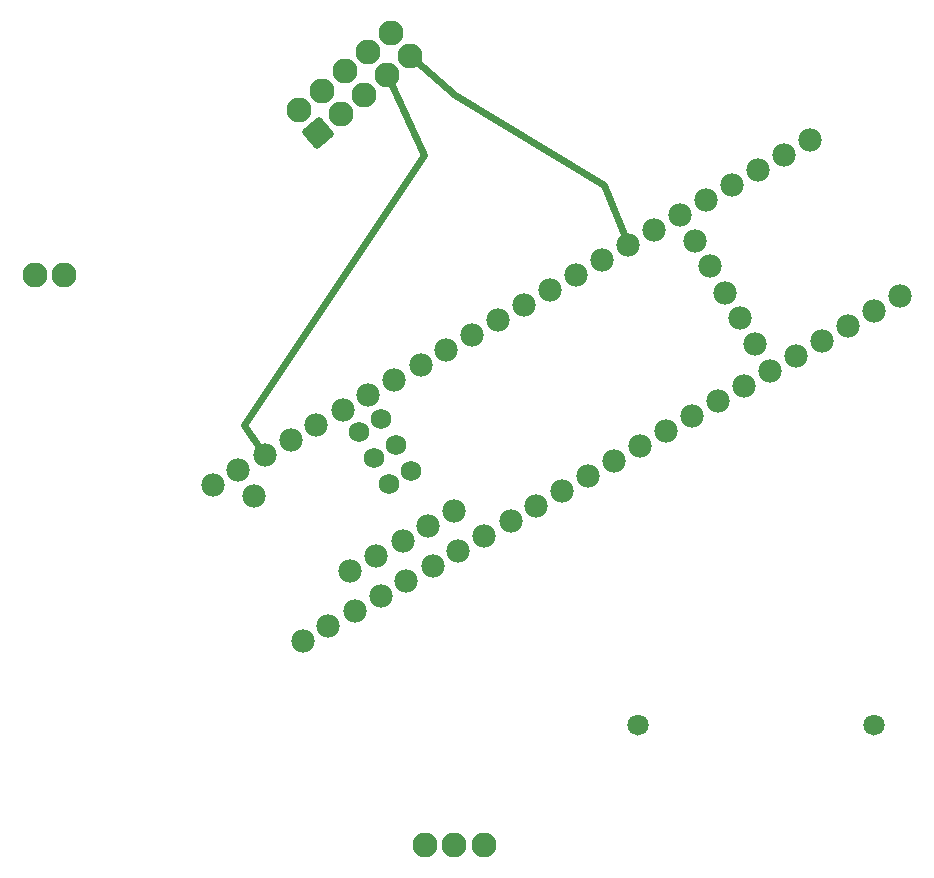
<source format=gbl>
G04 MADE WITH FRITZING*
G04 WWW.FRITZING.ORG*
G04 DOUBLE SIDED*
G04 HOLES PLATED*
G04 CONTOUR ON CENTER OF CONTOUR VECTOR*
%ASAXBY*%
%FSLAX23Y23*%
%MOIN*%
%OFA0B0*%
%SFA1.0B1.0*%
%ADD10C,0.071181*%
%ADD11C,0.078000*%
%ADD12C,0.068000*%
%ADD13C,0.083307*%
%ADD14C,0.024000*%
%ADD15C,0.020000*%
%LNCOPPER0*%
G90*
G70*
G54D10*
X3200Y1037D03*
X2413Y1037D03*
G54D11*
X1133Y1798D03*
G54D12*
X1483Y2013D03*
X1533Y1926D03*
X1583Y1840D03*
X1556Y2055D03*
X1606Y1968D03*
X1656Y1882D03*
G54D11*
X1454Y1549D03*
X1541Y1599D03*
X1628Y1649D03*
X1714Y1699D03*
X1801Y1749D03*
X1295Y1317D03*
X1381Y1367D03*
X1468Y1417D03*
X1555Y1467D03*
X1641Y1517D03*
X1728Y1567D03*
X1814Y1617D03*
X1901Y1667D03*
X1988Y1717D03*
X2074Y1767D03*
X2161Y1817D03*
X2247Y1867D03*
X2334Y1917D03*
X2421Y1967D03*
X2507Y2017D03*
X2594Y2067D03*
X2680Y2117D03*
X2767Y2167D03*
X2854Y2217D03*
X2940Y2267D03*
X3027Y2317D03*
X3113Y2367D03*
X3200Y2417D03*
X3287Y2467D03*
X2804Y2304D03*
X2754Y2391D03*
X2704Y2477D03*
X2654Y2564D03*
X2604Y2650D03*
X2987Y2987D03*
X2900Y2937D03*
X2813Y2887D03*
X2727Y2837D03*
X2640Y2787D03*
X2554Y2737D03*
X2467Y2687D03*
X2380Y2637D03*
X2294Y2587D03*
X2207Y2537D03*
X2121Y2487D03*
X2034Y2437D03*
X1947Y2387D03*
X1861Y2337D03*
X1774Y2287D03*
X1688Y2237D03*
X1601Y2187D03*
X1514Y2137D03*
X1428Y2087D03*
X1341Y2037D03*
X1255Y1987D03*
X1168Y1937D03*
X1081Y1887D03*
X995Y1837D03*
G54D13*
X1283Y3085D03*
X1359Y3149D03*
X1436Y3214D03*
X1512Y3278D03*
X1589Y3342D03*
X1347Y3008D03*
X1423Y3073D03*
X1500Y3137D03*
X1577Y3201D03*
X1653Y3266D03*
X1898Y637D03*
X1800Y637D03*
X1702Y637D03*
X402Y2537D03*
X500Y2537D03*
G54D14*
X1101Y2037D02*
X1157Y1953D01*
D02*
X1701Y2937D02*
X1101Y2037D01*
D02*
X1586Y3182D02*
X1701Y2937D01*
D02*
X1802Y3137D02*
X2300Y2836D01*
D02*
X2300Y2836D02*
X2373Y2655D01*
D02*
X1670Y3251D02*
X1802Y3137D01*
G54D15*
X1302Y3012D02*
X1351Y3053D01*
X1391Y3005D01*
X1343Y2964D01*
X1302Y3012D01*
D02*
G04 End of Copper0*
M02*
</source>
